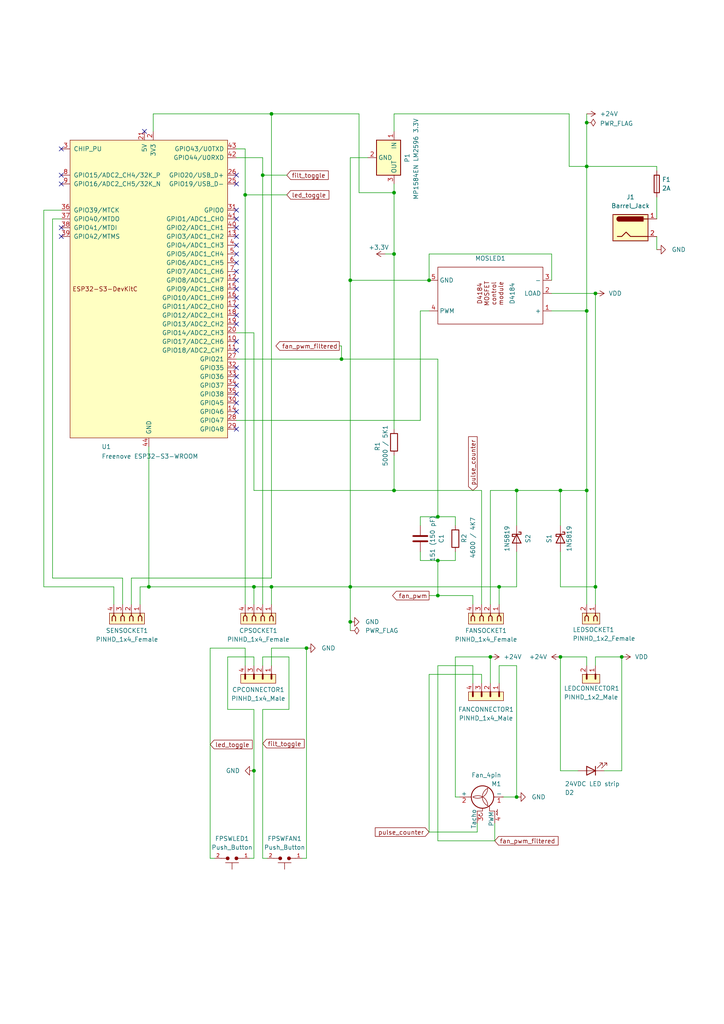
<source format=kicad_sch>
(kicad_sch (version 20230121) (generator eeschema)
  (paper "A4" portrait)
  (title_block (title "Smart Prusa MK4 enclosure circuit board") (comment 1 "https://rudd-o.com/smk4e") (comment 2 "License: https://creativecommons.org/licenses/by-nc/4.0/"))
  (lib_symbols
    (symbol "Connector:Barrel_Jack" (pin_names (offset 1.016))
      (property "Reference" "J" (at 0 5.334 0))
      (property "Value" "Barrel_Jack" (at 0 -5.08 0))
      (symbol "Barrel_Jack_0_1"
        (rectangle (start -5.08 3.81) (end 5.08 -3.81) (stroke (width 0.254)) (fill (type background)))
        (arc (start -3.302 3.175) (mid -3.9343 2.54) (end -3.302 1.905) (stroke (width 0.254)))
        (arc (start -3.302 3.175) (mid -3.9343 2.54) (end -3.302 1.905) (stroke (width 0.254)) (fill (type outline)))
        (polyline (pts (xy 5.08 2.54) (xy 3.81 2.54)) (stroke (width 0.254)))
        (polyline (pts (xy -3.81 -2.54) (xy -2.54 -2.54) (xy -1.27 -1.27) (xy 0 -2.54) (xy 2.54 -2.54) (xy 5.08 -2.54)) (stroke (width 0.254)))
        (rectangle (start 3.683 3.175) (end -3.302 1.905) (stroke (width 0.254)) (fill (type outline)))
      )
      (symbol "Barrel_Jack_1_1"
        (pin passive line (at 7.62 2.54 180) (length 2.54) (name "~") (number "1"))
        (pin passive line (at 7.62 -2.54 180) (length 2.54) (name "~") (number "2"))
      )
    )
    (symbol "Converter_DCDC:OKI-78SR-3.3_1.5-W36H-C"
      (property "Reference" "U" (at -3.81 3.175 0))
      (property "Value" "OKI-78SR-3.3_1.5-W36H-C" (at 0 3.175 0))
      (symbol "OKI-78SR-3.3_1.5-W36H-C_0_1"
        (rectangle (start -5.08 1.905) (end 5.08 -5.08) (stroke (width 0.254)) (fill (type background)))
      )
      (symbol "OKI-78SR-3.3_1.5-W36H-C_1_1"
        (pin power_in line (at -7.62 0 0) (length 2.54) (name "IN") (number "1"))
        (pin power_in line (at 0 -7.62 90) (length 2.54) (name "GND") (number "2"))
        (pin power_out line (at 7.62 0 180) (length 2.54) (name "OUT") (number "3"))
      )
    )
    (symbol "Custom:D4184_MOSFET_control_module"
      (property "Reference" "MOS" (at -1.27 0 0))
      (symbol "D4184_MOSFET_control_module_0_1"
        (rectangle (start 1.27 15.24) (end 17.78 -15.24))
      )
      (symbol "D4184_MOSFET_control_module_1_1"
        (text "D4184\nMOSFET\ncontrol\nmodule" (at 8.89 0 0) (effects (font (size 1.27 1.27))))
        (pin power_in line (at 13.97 17.78 270) (length 2.54) (name "+") (number "1"))
        (pin power_out line (at 8.89 17.78 270) (length 2.54) (name "LOAD") (number "2"))
        (pin power_in line (at 5.08 17.78 270) (length 2.54) (name "-") (number "3"))
        (pin output line (at 13.97 -17.78 90) (length 2.54) (name "PWM") (number "4"))
        (pin input line (at 5.08 -17.78 90) (length 2.54) (name "GND") (number "5"))
      )
    )
    (symbol "Device:C" (pin_numbers hide) (pin_names (offset 0.254))
      (property "Reference" "C" (at 0.635 2.54 0))
      (property "Value" "C" (at 0.635 -2.54 0))
      (symbol "C_0_1"
        (polyline (pts (xy -2.032 -0.762) (xy 2.032 -0.762)) (stroke (width 0.508)))
        (polyline (pts (xy -2.032 0.762) (xy 2.032 0.762)) (stroke (width 0.508)))
      )
      (symbol "C_1_1"
        (pin passive line (at 0 3.81 270) (length 2.794) (name "~") (number "1"))
        (pin passive line (at 0 -3.81 90) (length 2.794) (name "~") (number "2"))
      )
    )
    (symbol "Device:Fuse" (pin_numbers hide) (pin_names (offset 0))
      (property "Reference" "F" (at 2.032 0 90))
      (property "Value" "Fuse" (at -1.905 0 90))
      (symbol "Fuse_0_1"
        (rectangle (start -0.762 -2.54) (end 0.762 2.54) (stroke (width 0.254)))
        (polyline (pts (xy 0 2.54) (xy 0 -2.54)))
      )
      (symbol "Fuse_1_1"
        (pin passive line (at 0 3.81 270) (length 1.27) (name "~") (number "1"))
        (pin passive line (at 0 -3.81 90) (length 1.27) (name "~") (number "2"))
      )
    )
    (symbol "Device:LED" (pin_numbers hide) (pin_names (offset 1.016) hide)
      (property "Reference" "D" (at 0 2.54 0))
      (property "Value" "LED" (at 0 -2.54 0))
      (symbol "LED_0_1"
        (polyline (pts (xy -1.27 -1.27) (xy -1.27 1.27)) (stroke (width 0.254)))
        (polyline (pts (xy -1.27 0) (xy 1.27 0)))
        (polyline (pts (xy 1.27 -1.27) (xy 1.27 1.27) (xy -1.27 0) (xy 1.27 -1.27)) (stroke (width 0.254)))
        (polyline (pts (xy -3.048 -0.762) (xy -4.572 -2.286) (xy -3.81 -2.286) (xy -4.572 -2.286) (xy -4.572 -1.524)))
        (polyline (pts (xy -1.778 -0.762) (xy -3.302 -2.286) (xy -2.54 -2.286) (xy -3.302 -2.286) (xy -3.302 -1.524)))
      )
      (symbol "LED_1_1"
        (pin passive line (at -3.81 0 0) (length 2.54) (name "K") (number "1"))
        (pin passive line (at 3.81 0 180) (length 2.54) (name "A") (number "2"))
      )
    )
    (symbol "Device:R" (pin_numbers hide) (pin_names (offset 0))
      (property "Reference" "R" (at 2.032 0 90))
      (property "Value" "R" (at 0 0 90))
      (symbol "R_0_1"
        (rectangle (start -1.016 -2.54) (end 1.016 2.54) (stroke (width 0.254)))
      )
      (symbol "R_1_1"
        (pin passive line (at 0 3.81 270) (length 1.27) (name "~") (number "1"))
        (pin passive line (at 0 -3.81 90) (length 1.27) (name "~") (number "2"))
      )
    )
    (symbol "Diode:1N5819" (pin_numbers hide) (pin_names (offset 1.016) hide)
      (property "Reference" "D" (at 0 2.54 0))
      (property "Value" "1N5819" (at 0 -2.54 0))
      (symbol "1N5819_0_1"
        (polyline (pts (xy 1.27 0) (xy -1.27 0)))
        (polyline (pts (xy 1.27 1.27) (xy 1.27 -1.27) (xy -1.27 0) (xy 1.27 1.27)) (stroke (width 0.254)))
        (polyline (pts (xy -1.905 0.635) (xy -1.905 1.27) (xy -1.27 1.27) (xy -1.27 -1.27) (xy -0.635 -1.27) (xy -0.635 -0.635)) (stroke (width 0.254)))
      )
      (symbol "1N5819_1_1"
        (pin passive line (at -3.81 0 0) (length 2.54) (name "K") (number "1"))
        (pin passive line (at 3.81 0 180) (length 2.54) (name "A") (number "2"))
      )
    )
    (symbol "Espressif:ESP32-S3-DevKitC" (pin_names (offset 1.016))
      (property "Reference" "U" (at -22.86 48.26 0))
      (property "Value" "ESP32-S3-DevKitC" (at -22.86 45.72 0))
      (symbol "ESP32-S3-DevKitC_0_0"
        (text "ESP32-S3-DevKitC" (at -12.7 0 0) (effects (font (size 1.27 1.27))))
        (pin bidirectional line (at 25.4 -35.56 180) (length 2.54) (name "GPIO46") (number "14"))
        (pin bidirectional line (at 25.4 -10.16 180) (length 2.54) (name "GPIO13/ADC2_CH2") (number "19"))
        (pin bidirectional line (at -25.4 15.24 0) (length 2.54) (name "GPIO42/MTMS") (number "39"))
        (pin bidirectional line (at 25.4 17.78 180) (length 2.54) (name "GPIO2/ADC1_CH1") (number "40"))
        (pin bidirectional line (at 25.4 20.32 180) (length 2.54) (name "GPIO1/ADC1_CH0") (number "41"))
        (pin bidirectional line (at 25.4 38.1 180) (length 2.54) (name "GPIO44/U0RXD") (number "42"))
        (pin bidirectional line (at 25.4 40.64 180) (length 2.54) (name "GPIO43/U0TXD") (number "43"))
        (pin power_in line (at 0 -45.72 90) (length 2.54) (name "GND") (number "44"))
      )
      (symbol "ESP32-S3-DevKitC_0_1"
        (rectangle (start -22.86 43.18) (end 22.86 -43.18) (fill (type background)))
        (pin power_in line (at 1.27 45.72 270) (length 2.54) (name "3V3") (number "2"))
      )
      (symbol "ESP32-S3-DevKitC_1_1"
        (pin passive line (at 1.27 45.72 270) (length 2.54) hide (name "3V3") (number "1"))
        (pin bidirectional line (at 25.4 -15.24 180) (length 2.54) (name "GPIO17/ADC2_CH6") (number "10"))
        (pin bidirectional line (at 25.4 -17.78 180) (length 2.54) (name "GPIO18/ADC2_CH7") (number "11"))
        (pin bidirectional line (at 25.4 2.54 180) (length 2.54) (name "GPIO8/ADC1_CH7") (number "12"))
        (pin bidirectional line (at 25.4 15.24 180) (length 2.54) (name "GPIO3/ADC1_CH2") (number "13"))
        (pin bidirectional line (at 25.4 0 180) (length 2.54) (name "GPIO9/ADC1_CH8") (number "15"))
        (pin bidirectional line (at 25.4 -2.54 180) (length 2.54) (name "GPIO10/ADC1_CH9") (number "16"))
        (pin bidirectional line (at 25.4 -5.08 180) (length 2.54) (name "GPIO11/ADC2_CH0") (number "17"))
        (pin bidirectional line (at 25.4 -7.62 180) (length 2.54) (name "GPIO12/ADC2_CH1") (number "18"))
        (pin bidirectional line (at 25.4 -12.7 180) (length 2.54) (name "GPIO14/ADC2_CH3") (number "20"))
        (pin power_in line (at -1.27 45.72 270) (length 2.54) (name "5V") (number "21"))
        (pin passive line (at 0 -45.72 90) (length 2.54) hide (name "GND") (number "22"))
        (pin passive line (at 0 -45.72 90) (length 2.54) hide (name "GND") (number "23"))
        (pin passive line (at 0 -45.72 90) (length 2.54) hide (name "GND") (number "24"))
        (pin bidirectional line (at 25.4 30.48 180) (length 2.54) (name "GPIO19/USB_D-") (number "25"))
        (pin bidirectional line (at 25.4 33.02 180) (length 2.54) (name "GPIO20/USB_D+") (number "26"))
        (pin bidirectional line (at 25.4 -20.32 180) (length 2.54) (name "GPIO21") (number "27"))
        (pin bidirectional line (at 25.4 -38.1 180) (length 2.54) (name "GPIO47") (number "28"))
        (pin bidirectional line (at 25.4 -40.64 180) (length 2.54) (name "GPIO48") (number "29"))
        (pin input line (at -25.4 40.64 0) (length 2.54) (name "CHIP_PU") (number "3"))
        (pin bidirectional line (at 25.4 -33.02 180) (length 2.54) (name "GPIO45") (number "30"))
        (pin bidirectional line (at 25.4 22.86 180) (length 2.54) (name "GPIO0") (number "31"))
        (pin bidirectional line (at 25.4 -22.86 180) (length 2.54) (name "GPIO35") (number "32"))
        (pin bidirectional line (at 25.4 -25.4 180) (length 2.54) (name "GPIO36") (number "33"))
        (pin bidirectional line (at 25.4 -27.94 180) (length 2.54) (name "GPIO37") (number "34"))
        (pin bidirectional line (at 25.4 -30.48 180) (length 2.54) (name "GPIO38") (number "35"))
        (pin bidirectional line (at -25.4 22.86 0) (length 2.54) (name "GPIO39/MTCK") (number "36"))
        (pin bidirectional line (at -25.4 20.32 0) (length 2.54) (name "GPIO40/MTDO") (number "37"))
        (pin bidirectional line (at -25.4 17.78 0) (length 2.54) (name "GPIO41/MTDI") (number "38"))
        (pin bidirectional line (at 25.4 12.7 180) (length 2.54) (name "GPIO4/ADC1_CH3") (number "4"))
        (pin bidirectional line (at 25.4 10.16 180) (length 2.54) (name "GPIO5/ADC1_CH4") (number "5"))
        (pin bidirectional line (at 25.4 7.62 180) (length 2.54) (name "GPIO6/ADC1_CH5") (number "6"))
        (pin bidirectional line (at 25.4 5.08 180) (length 2.54) (name "GPIO7/ADC1_CH6") (number "7"))
        (pin bidirectional line (at -25.4 33.02 0) (length 2.54) (name "GPIO15/ADC2_CH4/32K_P") (number "8"))
        (pin bidirectional line (at -25.4 30.48 0) (length 2.54) (name "GPIO16/ADC2_CH5/32K_N") (number "9"))
      )
    )
    (symbol "Motor:Fan_4pin" (pin_names (offset 0))
      (property "Reference" "M" (at 2.54 5.08 0))
      (property "Value" "Fan_4pin" (at 2.54 -2.54 0))
      (symbol "Fan_4pin_0_0"
        (arc (start -5.588 1.524) (mid -5.08 1.0182) (end -4.572 1.524))
        (arc (start -5.08 2.032) (mid -5.4392 1.8832) (end -5.588 1.524))
        (polyline (pts (xy -5.08 2.032) (xy -5.334 2.159)))
        (polyline (pts (xy -5.08 2.032) (xy -5.207 1.778)))
        (polyline (pts (xy -4.064 2.54) (xy -4.064 1.016) (xy -3.302 1.016)))
      )
      (symbol "Fan_4pin_0_1"
        (arc (start -2.54 -0.508) (mid 0.0028 0.9121) (end 0 3.81))
        (polyline (pts (xy -4.064 2.54) (xy -5.08 2.54)))
        (polyline (pts (xy 0 -5.08) (xy 0 -4.572)))
        (polyline (pts (xy 0 -2.2352) (xy 0 -2.6416)))
        (polyline (pts (xy 0 4.2672) (xy 0 4.6228)))
        (polyline (pts (xy 0 4.572) (xy 0 5.08)))
        (polyline (pts (xy -2.54 -1.016) (xy -4.064 -1.016) (xy -4.064 -2.54) (xy -5.08 -2.54)))
        (polyline (pts (xy -5.334 -3.302) (xy -5.08 -3.302) (xy -5.08 -3.048) (xy -4.826 -3.048) (xy -4.826 -3.302) (xy -4.318 -3.302) (xy -4.318 -3.048) (xy -4.064 -3.048) (xy -4.064 -3.302) (xy -3.556 -3.302)))
        (circle (center 0 1.016) (radius 3.2512) (stroke (width 0.254)))
        (arc (start 0 3.81) (mid 0.053 0.921) (end 2.54 -0.508))
        (arc (start 2.54 -0.508) (mid 0 1.0618) (end -2.54 -0.508))
      )
      (symbol "Fan_4pin_1_1"
        (pin passive line (at 0 -5.08 90) (length 2.54) (name "-") (number "1"))
        (pin passive line (at 0 7.62 270) (length 2.54) (name "+") (number "2"))
        (pin passive line (at -7.62 2.54 0) (length 2.54) (name "Tacho") (number "3"))
        (pin input line (at -7.62 -2.54 0) (length 2.54) (name "PWM") (number "4"))
      )
    )
    (symbol "PCM_SL_Devices:Push_Button"
      (property "Reference" "SW" (at 0 6.35 0))
      (property "Value" "Push_Button" (at 0 4.445 0))
      (symbol "Push_Button_0_1"
        (circle (center -1.27 0) (radius 0.4579) (fill (type outline)))
        (polyline (pts (xy -3.175 0) (xy -1.778 0)))
        (polyline (pts (xy -1.905 1.27) (xy 1.905 1.27)))
        (polyline (pts (xy 0 1.27) (xy 0 3.175)))
        (polyline (pts (xy 1.778 0) (xy 3.175 0)))
        (circle (center 1.27 0) (radius 0.4579) (fill (type outline)))
      )
      (symbol "Push_Button_1_1"
        (pin passive line (at -5.08 0 0) (length 2) (name "") (number "1"))
        (pin passive line (at 5.08 0 180) (length 2) (name "") (number "2"))
      )
    )
    (symbol "PCM_SL_Pin_Headers:PINHD_1x2_Female"
      (property "Reference" "J" (at 0 7.62 0))
      (property "Value" "PINHD_1x2_Female" (at 0 5.08 0))
      (symbol "PINHD_1x2_Female_0_1"
        (rectangle (start -1.27 2.54) (end 1.905 -2.54) (fill (type background)))
        (arc (start -0.508 -1.27) (mid -0.3592 -1.6292) (end 0 -1.778) (stroke (width 0.25)))
        (arc (start -0.508 1.27) (mid -0.3592 0.9108) (end 0 0.762) (stroke (width 0.25)))
        (arc (start 0 -0.762) (mid -0.3592 -0.9108) (end -0.508 -1.27) (stroke (width 0.25)))
        (polyline (pts (xy -1.27 -1.27) (xy -0.508 -1.27)) (stroke (width 0.25)))
        (polyline (pts (xy -1.27 1.27) (xy -0.508 1.27)) (stroke (width 0.25)))
        (polyline (pts (xy 0 -1.778) (xy 1.016 -1.778)) (stroke (width 0.25)))
        (polyline (pts (xy 0 -0.762) (xy 1.016 -0.762)) (stroke (width 0.25)))
        (polyline (pts (xy 0 0.762) (xy 1.016 0.762)) (stroke (width 0.25)))
        (polyline (pts (xy 0 1.778) (xy 1.016 1.778)) (stroke (width 0.25)))
        (arc (start 0 1.778) (mid -0.3592 1.6292) (end -0.508 1.27) (stroke (width 0.25)))
      )
      (symbol "PINHD_1x2_Female_1_1"
        (pin passive line (at -3.81 1.27 0) (length 2.54) (name "") (number "1"))
        (pin passive line (at -3.81 -1.27 0) (length 2.54) (name "") (number "2"))
      )
    )
    (symbol "PCM_SL_Pin_Headers:PINHD_1x2_Male"
      (property "Reference" "J" (at 0 6.35 0))
      (property "Value" "PINHD_1x2_Male" (at 0 3.81 0))
      (symbol "PINHD_1x2_Male_0_1"
        (rectangle (start -1.27 2.54) (end 1.27 -2.54) (fill (type background)))
        (polyline (pts (xy -1.27 -1.27) (xy 0 -1.27)) (stroke (width 0.3)))
        (polyline (pts (xy -1.27 -1.27) (xy 0 -1.27)) (stroke (width 0.5)))
        (polyline (pts (xy -1.27 1.27) (xy 0 1.27)) (stroke (width 0.3)))
        (polyline (pts (xy -1.27 1.27) (xy 0 1.27)) (stroke (width 0.5)))
      )
      (symbol "PINHD_1x2_Male_1_1"
        (pin passive line (at -3.81 1.27 0) (length 2.54) (name "") (number "1"))
        (pin passive line (at -3.81 -1.27 0) (length 2.54) (name "") (number "2"))
      )
    )
    (symbol "PCM_SL_Pin_Headers:PINHD_1x4_Female"
      (property "Reference" "J" (at 0 10.16 0))
      (property "Value" "PINHD_1x4_Female" (at 0 7.62 0))
      (symbol "PINHD_1x4_Female_0_1"
        (rectangle (start -1.27 5.08) (end 1.905 -5.08) (fill (type background)))
        (arc (start -0.508 -3.81) (mid -0.3592 -4.1692) (end 0 -4.318) (stroke (width 0.25)))
        (arc (start -0.508 -1.27) (mid -0.3592 -1.6292) (end 0 -1.778) (stroke (width 0.25)))
        (arc (start -0.508 1.27) (mid -0.3592 0.9108) (end 0 0.762) (stroke (width 0.25)))
        (arc (start -0.508 3.81) (mid -0.3592 3.4508) (end 0 3.302) (stroke (width 0.25)))
        (arc (start 0 -3.302) (mid -0.3592 -3.4508) (end -0.508 -3.81) (stroke (width 0.25)))
        (arc (start 0 -0.762) (mid -0.3592 -0.9108) (end -0.508 -1.27) (stroke (width 0.25)))
        (polyline (pts (xy -1.27 -3.81) (xy -0.508 -3.81)) (stroke (width 0.25)))
        (polyline (pts (xy -1.27 -1.27) (xy -0.508 -1.27)) (stroke (width 0.25)))
        (polyline (pts (xy -1.27 1.27) (xy -0.508 1.27)) (stroke (width 0.25)))
        (polyline (pts (xy -1.27 3.81) (xy -0.508 3.81)) (stroke (width 0.25)))
        (polyline (pts (xy 0 -4.318) (xy 1.016 -4.318)) (stroke (width 0.25)))
        (polyline (pts (xy 0 -3.302) (xy 1.016 -3.302)) (stroke (width 0.25)))
        (polyline (pts (xy 0 -1.778) (xy 1.016 -1.778)) (stroke (width 0.25)))
        (polyline (pts (xy 0 -0.762) (xy 1.016 -0.762)) (stroke (width 0.25)))
        (polyline (pts (xy 0 0.762) (xy 1.016 0.762)) (stroke (width 0.25)))
        (polyline (pts (xy 0 1.778) (xy 1.016 1.778)) (stroke (width 0.25)))
        (polyline (pts (xy 0 3.302) (xy 1.016 3.302)) (stroke (width 0.25)))
        (polyline (pts (xy 0 4.318) (xy 1.016 4.318)) (stroke (width 0.25)))
        (arc (start 0 1.778) (mid -0.3592 1.6292) (end -0.508 1.27) (stroke (width 0.25)))
        (arc (start 0 4.318) (mid -0.3592 4.1692) (end -0.508 3.81) (stroke (width 0.25)))
      )
      (symbol "PINHD_1x4_Female_1_1"
        (pin passive line (at -3.81 3.81 0) (length 2.54) (name "") (number "1"))
        (pin passive line (at -3.81 1.27 0) (length 2.54) (name "") (number "2"))
        (pin passive line (at -3.81 -1.27 0) (length 2.54) (name "") (number "3"))
        (pin passive line (at -3.81 -3.81 0) (length 2.54) (name "") (number "4"))
      )
    )
    (symbol "PCM_SL_Pin_Headers:PINHD_1x4_Male"
      (property "Reference" "J" (at 0 8.89 0))
      (property "Value" "PINHD_1x4_Male" (at 0 6.35 0))
      (symbol "PINHD_1x4_Male_0_1"
        (rectangle (start -1.27 5.08) (end 1.27 -5.08) (fill (type background)))
        (polyline (pts (xy -1.27 -3.81) (xy 0 -3.81)) (stroke (width 0.3)))
        (polyline (pts (xy -1.27 -3.81) (xy 0 -3.81)) (stroke (width 0.5)))
        (polyline (pts (xy -1.27 -1.27) (xy 0 -1.27)) (stroke (width 0.3)))
        (polyline (pts (xy -1.27 -1.27) (xy 0 -1.27)) (stroke (width 0.5)))
        (polyline (pts (xy -1.27 1.27) (xy 0 1.27)) (stroke (width 0.3)))
        (polyline (pts (xy -1.27 1.27) (xy 0 1.27)) (stroke (width 0.5)))
        (polyline (pts (xy -1.27 3.81) (xy 0 3.81)) (stroke (width 0.3)))
        (polyline (pts (xy -1.27 3.81) (xy 0 3.81)) (stroke (width 0.5)))
      )
      (symbol "PINHD_1x4_Male_1_1"
        (pin passive line (at -3.81 3.81 0) (length 2.54) (name "") (number "1"))
        (pin passive line (at -3.81 1.27 0) (length 2.54) (name "") (number "2"))
        (pin passive line (at -3.81 -1.27 0) (length 2.54) (name "") (number "3"))
        (pin passive line (at -3.81 -3.81 0) (length 2.54) (name "") (number "4"))
      )
    )
    (symbol "power:+24V" (power) (pin_names (offset 0))
      (property "Value" "+24V" (at 0 3.556 0))
      (symbol "+24V_0_1"
        (polyline (pts (xy -0.762 1.27) (xy 0 2.54)))
        (polyline (pts (xy 0 0) (xy 0 2.54)))
        (polyline (pts (xy 0 2.54) (xy 0.762 1.27)))
      )
      (symbol "+24V_1_1"
        (pin power_in line (at 0 0 90) (length 0) hide (name "+24V") (number "1"))
      )
    )
    (symbol "power:+3.3V" (power) (pin_names (offset 0))
      (property "Value" "+3.3V" (at 0 3.556 0))
      (symbol "+3.3V_0_1"
        (polyline (pts (xy -0.762 1.27) (xy 0 2.54)))
        (polyline (pts (xy 0 0) (xy 0 2.54)))
        (polyline (pts (xy 0 2.54) (xy 0.762 1.27)))
      )
      (symbol "+3.3V_1_1"
        (pin power_in line (at 0 0 90) (length 0) hide (name "+3.3V") (number "1"))
      )
    )
    (symbol "power:GND" (power) (pin_names (offset 0))
      (property "Value" "GND" (at 0 -3.81 0))
      (symbol "GND_0_1"
        (polyline (pts (xy 0 0) (xy 0 -1.27) (xy 1.27 -1.27) (xy 0 -2.54) (xy -1.27 -1.27) (xy 0 -1.27)))
      )
      (symbol "GND_1_1"
        (pin power_in line (at 0 0 270) (length 0) hide (name "GND") (number "1"))
      )
    )
    (symbol "power:PWR_FLAG" (power) (pin_numbers hide) (pin_names (offset 0) hide)
      (property "Value" "PWR_FLAG" (at 0 3.81 0))
      (symbol "PWR_FLAG_0_0"
        (pin power_out line (at 0 0 90) (length 0) (name "pwr") (number "1"))
      )
      (symbol "PWR_FLAG_0_1"
        (polyline (pts (xy 0 0) (xy 0 1.27) (xy -1.016 1.905) (xy 0 2.54) (xy 1.016 1.905) (xy 0 1.27)))
      )
    )
    (symbol "power:VDD" (power) (pin_names (offset 0))
      (property "Value" "VDD" (at 0 3.81 0))
      (symbol "VDD_0_1"
        (polyline (pts (xy -0.762 1.27) (xy 0 2.54)))
        (polyline (pts (xy 0 0) (xy 0 2.54)))
        (polyline (pts (xy 0 2.54) (xy 0.762 1.27)))
      )
      (symbol "VDD_1_1"
        (pin power_in line (at 0 0 90) (length 0) hide (name "VDD") (number "1"))
      )
    )
  )
  (junction (at 101.6 180.34))
  (junction (at 114.3 55.88))
  (junction (at 99.06 104.14))
  (junction (at 101.6 170.18))
  (junction (at 78.74 33.02))
  (junction (at 78.74 170.18))
  (junction (at 170.18 90.17))
  (junction (at 114.3 73.66))
  (junction (at 43.18 170.18))
  (junction (at 76.2 50.8))
  (junction (at 172.72 170.18))
  (junction (at 88.9 187.96))
  (junction (at 162.56 142.24))
  (junction (at 114.3 142.24))
  (junction (at 170.18 48.26))
  (junction (at 149.86 231.14))
  (junction (at 127 172.72))
  (junction (at 127 149.86))
  (junction (at 71.12 56.515))
  (junction (at 124.46 81.28))
  (junction (at 170.18 142.24))
  (junction (at 170.18 35.56))
  (junction (at 142.24 190.5))
  (junction (at 101.6 81.28))
  (junction (at 144.78 170.18))
  (junction (at 162.56 190.5))
  (junction (at 149.86 142.24))
  (junction (at 172.72 85.09))
  (junction (at 127 162.56))
  (junction (at 73.66 170.18))
  (junction (at 73.66 223.52))
  (junction (at 180.34 190.5))
  (no_connect (at 68.58 119.38))
  (no_connect (at 68.58 63.5))
  (no_connect (at 68.58 78.74))
  (no_connect (at 68.58 116.84))
  (no_connect (at 17.78 66.04))
  (no_connect (at 68.58 111.76))
  (no_connect (at 68.58 91.44))
  (no_connect (at 68.58 114.3))
  (no_connect (at 68.58 73.66))
  (no_connect (at 68.58 101.6))
  (no_connect (at 68.58 86.36))
  (no_connect (at 68.58 68.58))
  (no_connect (at 68.58 66.04))
  (no_connect (at 68.58 124.46))
  (no_connect (at 68.58 99.06))
  (no_connect (at 68.58 81.28))
  (no_connect (at 68.58 53.34))
  (no_connect (at 68.58 60.96))
  (no_connect (at 17.78 68.58))
  (no_connect (at 68.58 71.12))
  (no_connect (at 17.78 53.34))
  (no_connect (at 17.78 43.18))
  (no_connect (at 41.91 38.1))
  (no_connect (at 17.78 50.8))
  (no_connect (at 68.58 50.8))
  (no_connect (at 68.58 93.98))
  (no_connect (at 68.58 76.2))
  (no_connect (at 68.58 88.9))
  (no_connect (at 68.58 83.82))
  (no_connect (at 68.58 106.68))
  (no_connect (at 68.58 109.22))
  (wire (pts (xy 73.66 190.5) (xy 73.66 193.04)))
  (wire (pts (xy 162.56 142.24) (xy 170.18 142.24)))
  (wire (pts (xy 124.46 172.72) (xy 127 172.72)))
  (wire (pts (xy 73.66 248.92) (xy 73.66 223.52)))
  (wire (pts (xy 60.96 187.96) (xy 71.12 187.96)))
  (wire (pts (xy 142.24 190.5) (xy 142.24 198.12)))
  (wire (pts (xy 133.35 231.14) (xy 132.08 231.14)))
  (wire (pts (xy 44.45 33.02) (xy 78.74 33.02)))
  (wire (pts (xy 132.08 149.86) (xy 132.08 152.4)))
  (wire (pts (xy 127 172.72) (xy 137.16 172.72)))
  (wire (pts (xy 104.14 33.02) (xy 104.14 55.88)))
  (wire (pts (xy 78.74 170.18) (xy 78.74 175.26)))
  (wire (pts (xy 170.18 48.26) (xy 165.1 48.26)))
  (wire (pts (xy 124.46 241.3) (xy 124.46 195.58)))
  (wire (pts (xy 132.08 231.14) (xy 132.08 190.5)))
  (wire (pts (xy 121.92 162.56) (xy 121.92 160.02)))
  (wire (pts (xy 101.6 170.18) (xy 144.78 170.18)))
  (wire (pts (xy 76.2 248.92) (xy 76.2 205.74)))
  (wire (pts (xy 144.78 170.18) (xy 149.86 170.18)))
  (wire (pts (xy 138.43 238.76) (xy 138.43 241.3)))
  (wire (pts (xy 76.2 50.8) (xy 76.2 175.26)))
  (wire (pts (xy 76.2 190.5) (xy 76.2 193.04)))
  (wire (pts (xy 68.58 104.14) (xy 99.06 104.14)))
  (wire (pts (xy 76.2 205.74) (xy 83.82 205.74)))
  (wire (pts (xy 146.05 231.14) (xy 149.86 231.14)))
  (wire (pts (xy 170.18 35.56) (xy 170.18 48.26)))
  (wire (pts (xy 121.92 162.56) (xy 127 162.56)))
  (wire (pts (xy 149.86 193.04) (xy 144.78 193.04)))
  (wire (pts (xy 114.3 38.1) (xy 114.3 33.02)))
  (wire (pts (xy 44.45 33.02) (xy 44.45 38.1)))
  (wire (pts (xy 162.56 160.02) (xy 162.56 170.18)))
  (wire (pts (xy 43.18 170.18) (xy 73.66 170.18)))
  (wire (pts (xy 78.74 187.96) (xy 78.74 193.04)))
  (wire (pts (xy 162.56 170.18) (xy 172.72 170.18)))
  (wire (pts (xy 15.24 63.5) (xy 17.78 63.5)))
  (wire (pts (xy 12.7 170.18) (xy 12.7 60.96)))
  (wire (pts (xy 142.24 142.24) (xy 149.86 142.24)))
  (wire (pts (xy 190.5 68.58) (xy 190.5 72.39)))
  (wire (pts (xy 142.24 142.24) (xy 142.24 175.26)))
  (wire (pts (xy 149.86 142.24) (xy 149.86 152.4)))
  (wire (pts (xy 121.92 90.17) (xy 124.46 90.17)))
  (wire (pts (xy 60.96 248.92) (xy 60.96 187.96)))
  (wire (pts (xy 162.56 190.5) (xy 170.18 190.5)))
  (wire (pts (xy 73.66 170.18) (xy 73.66 175.26)))
  (wire (pts (xy 35.56 167.64) (xy 35.56 175.26)))
  (wire (pts (xy 73.66 96.52) (xy 73.66 142.24)))
  (wire (pts (xy 167.64 223.52) (xy 162.56 223.52)))
  (wire (pts (xy 124.46 73.66) (xy 160.02 73.66)))
  (wire (pts (xy 83.82 190.5) (xy 76.2 190.5)))
  (wire (pts (xy 180.34 190.5) (xy 180.34 223.52)))
  (wire (pts (xy 68.58 43.18) (xy 71.12 43.18)))
  (wire (pts (xy 68.58 96.52) (xy 73.66 96.52)))
  (wire (pts (xy 139.7 195.58) (xy 139.7 198.12)))
  (wire (pts (xy 71.12 56.515) (xy 83.185 56.515)))
  (wire (pts (xy 127 162.56) (xy 132.08 162.56)))
  (wire (pts (xy 143.51 243.84) (xy 127 243.84)))
  (wire (pts (xy 43.18 129.54) (xy 43.18 170.18)))
  (wire (pts (xy 180.34 190.5) (xy 172.72 190.5)))
  (wire (pts (xy 73.66 205.74) (xy 66.04 205.74)))
  (wire (pts (xy 132.08 190.5) (xy 142.24 190.5)))
  (wire (pts (xy 73.66 142.24) (xy 114.3 142.24)))
  (wire (pts (xy 88.9 187.96) (xy 88.9 248.92)))
  (wire (pts (xy 127 243.84) (xy 127 193.04)))
  (wire (pts (xy 127 104.14) (xy 127 149.86)))
  (wire (pts (xy 149.86 142.24) (xy 162.56 142.24)))
  (wire (pts (xy 190.5 49.53) (xy 190.5 48.26)))
  (wire (pts (xy 76.2 45.72) (xy 76.2 50.8)))
  (wire (pts (xy 78.74 187.96) (xy 88.9 187.96)))
  (wire (pts (xy 149.86 231.14) (xy 149.86 193.04)))
  (wire (pts (xy 172.72 85.09) (xy 172.72 170.18)))
  (wire (pts (xy 170.18 48.26) (xy 170.18 90.17)))
  (wire (pts (xy 71.12 187.96) (xy 71.12 193.04)))
  (wire (pts (xy 101.6 180.34) (xy 101.6 182.88)))
  (wire (pts (xy 104.14 55.88) (xy 114.3 55.88)))
  (wire (pts (xy 68.58 45.72) (xy 76.2 45.72)))
  (wire (pts (xy 165.1 33.02) (xy 165.1 48.26)))
  (wire (pts (xy 99.06 100.33) (xy 99.06 104.14)))
  (wire (pts (xy 99.06 100.33) (xy 98.425 100.33)))
  (wire (pts (xy 66.04 190.5) (xy 73.66 190.5)))
  (wire (pts (xy 162.56 223.52) (xy 162.56 190.5)))
  (wire (pts (xy 38.1 167.64) (xy 38.1 175.26)))
  (wire (pts (xy 124.46 73.66) (xy 124.46 81.28)))
  (wire (pts (xy 114.3 132.08) (xy 114.3 142.24)))
  (wire (pts (xy 143.51 238.76) (xy 143.51 243.84)))
  (wire (pts (xy 114.3 55.88) (xy 114.3 73.66)))
  (wire (pts (xy 72.39 248.92) (xy 73.66 248.92)))
  (wire (pts (xy 76.2 50.8) (xy 83.185 50.8)))
  (wire (pts (xy 15.24 167.64) (xy 35.56 167.64)))
  (wire (pts (xy 160.02 85.09) (xy 172.72 85.09)))
  (wire (pts (xy 78.74 33.02) (xy 104.14 33.02)))
  (wire (pts (xy 78.74 33.02) (xy 78.74 167.64)))
  (wire (pts (xy 138.43 241.3) (xy 124.46 241.3)))
  (wire (pts (xy 132.08 162.56) (xy 132.08 160.02)))
  (wire (pts (xy 66.04 205.74) (xy 66.04 190.5)))
  (wire (pts (xy 144.78 193.04) (xy 144.78 198.12)))
  (wire (pts (xy 114.3 142.24) (xy 139.7 142.24)))
  (wire (pts (xy 101.6 81.28) (xy 124.46 81.28)))
  (wire (pts (xy 172.72 190.5) (xy 172.72 193.04)))
  (wire (pts (xy 12.7 60.96) (xy 17.78 60.96)))
  (wire (pts (xy 170.18 90.17) (xy 170.18 142.24)))
  (wire (pts (xy 101.6 81.28) (xy 101.6 170.18)))
  (wire (pts (xy 162.56 142.24) (xy 162.56 152.4)))
  (wire (pts (xy 38.1 167.64) (xy 78.74 167.64)))
  (wire (pts (xy 73.66 170.18) (xy 78.74 170.18)))
  (wire (pts (xy 114.3 53.34) (xy 114.3 55.88)))
  (wire (pts (xy 101.6 45.72) (xy 101.6 81.28)))
  (wire (pts (xy 15.24 63.5) (xy 15.24 167.64)))
  (wire (pts (xy 190.5 48.26) (xy 170.18 48.26)))
  (wire (pts (xy 12.7 170.18) (xy 33.02 170.18)))
  (wire (pts (xy 40.64 170.18) (xy 43.18 170.18)))
  (wire (pts (xy 73.66 223.52) (xy 73.66 205.74)))
  (wire (pts (xy 172.72 170.18) (xy 172.72 175.26)))
  (wire (pts (xy 121.92 149.86) (xy 121.92 152.4)))
  (wire (pts (xy 190.5 57.15) (xy 190.5 63.5)))
  (wire (pts (xy 137.16 172.72) (xy 137.16 175.26)))
  (wire (pts (xy 170.18 190.5) (xy 170.18 193.04)))
  (wire (pts (xy 76.2 248.92) (xy 77.47 248.92)))
  (wire (pts (xy 33.02 170.18) (xy 33.02 175.26)))
  (wire (pts (xy 78.74 170.18) (xy 101.6 170.18)))
  (wire (pts (xy 175.26 223.52) (xy 180.34 223.52)))
  (wire (pts (xy 170.18 142.24) (xy 170.18 175.26)))
  (wire (pts (xy 121.92 149.86) (xy 127 149.86)))
  (wire (pts (xy 101.6 170.18) (xy 101.6 180.34)))
  (wire (pts (xy 111.76 73.66) (xy 114.3 73.66)))
  (wire (pts (xy 127 162.56) (xy 127 172.72)))
  (wire (pts (xy 71.12 56.515) (xy 71.12 175.26)))
  (wire (pts (xy 149.86 160.02) (xy 149.86 170.18)))
  (wire (pts (xy 127 149.86) (xy 132.08 149.86)))
  (wire (pts (xy 114.3 73.66) (xy 114.3 124.46)))
  (wire (pts (xy 40.64 170.18) (xy 40.64 175.26)))
  (wire (pts (xy 83.82 205.74) (xy 83.82 190.5)))
  (wire (pts (xy 121.92 121.92) (xy 121.92 90.17)))
  (wire (pts (xy 170.18 33.02) (xy 170.18 35.56)))
  (wire (pts (xy 101.6 45.72) (xy 106.68 45.72)))
  (wire (pts (xy 139.7 142.24) (xy 139.7 175.26)))
  (wire (pts (xy 160.02 81.28) (xy 160.02 73.66)))
  (wire (pts (xy 88.9 248.92) (xy 87.63 248.92)))
  (wire (pts (xy 68.58 121.92) (xy 121.92 121.92)))
  (wire (pts (xy 60.96 248.92) (xy 62.23 248.92)))
  (wire (pts (xy 144.78 170.18) (xy 144.78 175.26)))
  (wire (pts (xy 137.16 193.04) (xy 137.16 198.12)))
  (wire (pts (xy 71.12 43.18) (xy 71.12 56.515)))
  (wire (pts (xy 99.06 104.14) (xy 127 104.14)))
  (wire (pts (xy 127 193.04) (xy 137.16 193.04)))
  (wire (pts (xy 124.46 195.58) (xy 139.7 195.58)))
  (wire (pts (xy 114.3 33.02) (xy 165.1 33.02)))
  (wire (pts (xy 160.02 90.17) (xy 170.18 90.17)))
  (global_label "filt_toggle" (shape input) (at 76.2 215.646 0) (property "Intersheetrefs" "${INTERSHEET_REFS}" (effects hide)))
  (global_label "pulse_counter" (shape input) (at 124.46 241.3 180) (property "Intersheetrefs" "${INTERSHEET_REFS}" (effects hide)))
  (global_label "fan_pwm" (shape output) (at 124.46 172.72 180) (property "Intersheetrefs" "${INTERSHEET_REFS}" (effects hide)))
  (global_label "led_toggle" (shape input) (at 60.96 215.9 0) (property "Intersheetrefs" "${INTERSHEET_REFS}" (effects hide)))
  (global_label "led_toggle" (shape input) (at 83.185 56.515 0) (property "Intersheetrefs" "${INTERSHEET_REFS}" (effects hide)))
  (global_label "fan_pwm_filtered" (shape input) (at 143.51 243.84 0) (property "Intersheetrefs" "${INTERSHEET_REFS}" (effects hide)))
  (global_label "fan_pwm_filtered" (shape output) (at 98.425 100.33 180) (property "Intersheetrefs" "${INTERSHEET_REFS}" (effects hide)))
  (global_label "pulse_counter" (shape input) (at 137.16 142.24 90) (property "Intersheetrefs" "${INTERSHEET_REFS}" (effects hide)))
  (global_label "filt_toggle" (shape input) (at 83.185 50.8 0) (property "Intersheetrefs" "${INTERSHEET_REFS}" (effects hide)))
  (symbol (lib_id "Diode:1N5819") (at 162.56 156.21 270) (unit 1)
    (property "Reference" "S1" (at 159.258 156.21 0))
    (property "Value" "1N5819" (at 165.1 156.21 0))
    (property "Footprint" "Diode_THT:D_T-1_P5.08mm_Horizontal" (effects hide))
    (property "Datasheet" "http://www.vishay.com/docs/88525/1n5817.pdf" (effects hide))
  )
  (symbol (lib_id "power:+24V") (at 162.56 190.5 90) (unit 1)
    (property "Reference" "#PWR07" (effects hide))
    (property "Value" "+24V" (at 158.75 190.5 90) (effects (justify left)))
  )
  (symbol (lib_id "PCM_SL_Pin_Headers:PINHD_1x4_Male") (at 140.97 201.93 270) (unit 1)
    (property "Reference" "FANCONNECTOR1" (at 140.97 205.74 90))
    (property "Value" "PINHD_1x4_Male" (at 140.97 208.28 90))
  )
  (symbol (lib_id "Custom:D4184_MOSFET_control_module") (at 142.24 76.2 270) (unit 1)
    (property "Reference" "MOSLED1" (at 142.24 74.93 90))
    (property "Value" "D4184" (at 148.59 85.09 0))
    (property "Footprint" "Custom:D4184 MOSFET control module" (effects hide))
  )
  (symbol (lib_id "Connector:Barrel_Jack") (at 182.88 66.04 0) (unit 1)
    (property "Reference" "J1" (at 182.88 57.15 0))
    (property "Value" "Barrel_Jack" (at 182.88 59.69 0))
    (property "Footprint" "Connector_BarrelJack:BarrelJack_Horizontal" (effects hide))
  )
  (symbol (lib_id "Device:Fuse") (at 190.5 53.34 0) (unit 1)
    (property "Reference" "F1" (at 192.024 52.07 0) (effects (justify left)))
    (property "Value" "2A" (at 192.024 54.61 0) (effects (justify left)))
    (property "Footprint" "Fuse:Fuseholder_Clip-5x20mm_Keystone_3517_Inline_P23.11x6.76mm_D1.70mm_Horizontal" (effects hide))
  )
  (symbol (lib_id "PCM_SL_Devices:Push_Button") (at 82.55 248.92 180) (unit 1)
    (property "Reference" "FPSWFAN1" (at 82.55 243.205 0))
    (property "Value" "Push_Button" (at 82.55 245.745 0))
  )
  (symbol (lib_id "PCM_SL_Pin_Headers:PINHD_1x4_Male") (at 74.93 196.85 270) (unit 1)
    (property "Reference" "CPCONNECTOR1" (at 74.93 200.025 90))
    (property "Value" "PINHD_1x4_Male" (at 74.93 202.565 90))
  )
  (symbol (lib_id "PCM_SL_Pin_Headers:PINHD_1x4_Female") (at 140.97 179.07 270) (unit 1)
    (property "Reference" "FANSOCKET1" (at 140.97 182.88 90))
    (property "Value" "PINHD_1x4_Female" (at 140.97 185.42 90))
    (property "Footprint" "Connector_JST:JST_XH_B4B-XH-A_1x04_P2.50mm_Vertical" (effects hide))
  )
  (symbol (lib_id "PCM_SL_Pin_Headers:PINHD_1x2_Male") (at 171.45 196.85 270) (unit 1)
    (property "Reference" "LEDCONNECTOR1" (at 163.576 199.644 90) (effects (justify left)))
    (property "Value" "PINHD_1x2_Male" (at 163.576 202.184 90) (effects (justify left)))
  )
  (symbol (lib_id "Device:LED") (at 171.45 223.52 180) (unit 1)
    (property "Reference" "D2" (at 163.83 229.87 0) (effects (justify right)))
    (property "Value" "24VDC LED strip" (at 163.83 227.33 0) (effects (justify right)))
  )
  (symbol (lib_id "PCM_SL_Pin_Headers:PINHD_1x4_Female") (at 74.93 179.07 270) (unit 1)
    (property "Reference" "CPSOCKET1" (at 74.93 182.88 90))
    (property "Value" "PINHD_1x4_Female" (at 74.93 185.42 90))
    (property "Footprint" "Connector_JST:JST_XH_B4B-XH-A_1x04_P2.50mm_Vertical" (effects hide))
  )
  (symbol (lib_id "Device:C") (at 121.92 156.21 0) (unit 1)
    (property "Reference" "C1" (at 128.016 156.21 90))
    (property "Value" "151 (150 pF)" (at 125.476 156.21 90))
    (property "Footprint" "Capacitor_THT:C_Disc_D3.4mm_W2.1mm_P2.50mm" (effects hide))
  )
  (symbol (lib_id "Motor:Fan_4pin") (at 140.97 231.14 90) (unit 1)
    (property "Reference" "M1" (at 145.415 227.33 90) (effects (justify left)))
    (property "Value" "Fan_4pin" (at 145.415 224.79 90) (effects (justify left)))
    (property "Datasheet" "http://www.formfactors.org/developer%5Cspecs%5Crev1_2_public.pdf" (effects hide))
  )
  (symbol (lib_id "Device:R") (at 132.08 156.21 0) (unit 1)
    (property "Reference" "R2" (at 134.62 157.48 90) (effects (justify left)))
    (property "Value" "4600 / 4K7" (at 137.16 161.925 90) (effects (justify left)))
    (property "Footprint" "Resistor_THT:R_Axial_DIN0614_L14.3mm_D5.7mm_P15.24mm_Horizontal" (effects hide))
  )
  (symbol (lib_id "Espressif:ESP32-S3-DevKitC") (at 43.18 83.82 0) (unit 1)
    (property "Reference" "U1" (at 29.464 129.54 0) (effects (justify left)))
    (property "Value" "Freenove ESP32-S3-WROOM" (at 29.464 132.334 0) (effects (justify left)))
    (property "Footprint" "Custom:Freenove ESP32-S3-WROOM" (effects hide))
  )
  (symbol (lib_id "power:VDD") (at 172.72 85.09 270) (unit 1)
    (property "Reference" "#PWR09" (effects hide))
    (property "Value" "VDD" (at 176.53 85.09 90) (effects (justify left)))
  )
  (symbol (lib_id "power:GND") (at 190.5 72.39 90) (unit 1)
    (property "Reference" "#PWR01" (effects hide))
    (property "Value" "GND" (at 194.818 72.39 90) (effects (justify right)))
  )
  (symbol (lib_id "power:GND") (at 149.86 231.14 90) (unit 1)
    (property "Reference" "#PWR010" (effects hide))
    (property "Value" "GND" (at 154.178 231.14 90) (effects (justify right)))
  )
  (symbol (lib_id "PCM_SL_Pin_Headers:PINHD_1x2_Female") (at 171.45 179.07 270) (unit 1)
    (property "Reference" "LEDSOCKET1" (at 166.116 182.626 90) (effects (justify left)))
    (property "Value" "PINHD_1x2_Female" (at 166.116 185.166 90) (effects (justify left)))
    (property "Footprint" "Connector_JST:JST_XH_B2B-XH-A_1x02_P2.50mm_Vertical" (effects hide))
  )
  (symbol (lib_id "Converter_DCDC:OKI-78SR-3.3_1.5-W36H-C") (at 114.3 45.72 270) (unit 1)
    (property "Reference" "P1" (at 118.11 44.45 0) (effects (justify left)))
    (property "Value" "MP1584EN LM2596 3.3V" (at 120.65 34.29 0) (effects (justify left)))
    (property "Footprint" "Custom:MP1584EN LM2596" (effects hide))
    (property "Datasheet" "https://power.murata.com/data/power/oki-78sr.pdf" (effects hide))
  )
  (symbol (lib_id "power:PWR_FLAG") (at 101.6 182.88 270) (unit 1)
    (property "Reference" "#FLG02" (effects hide))
    (property "Value" "PWR_FLAG" (at 110.744 182.88 90))
  )
  (symbol (lib_id "power:PWR_FLAG") (at 170.18 35.56 270) (unit 1)
    (property "Reference" "#FLG01" (effects hide))
    (property "Value" "PWR_FLAG" (at 178.816 35.814 90))
  )
  (symbol (lib_id "power:GND") (at 73.66 223.52 270) (unit 1)
    (property "Reference" "#PWR012" (effects hide))
    (property "Value" "GND" (at 69.596 223.52 90) (effects (justify right)))
  )
  (symbol (lib_id "PCM_SL_Pin_Headers:PINHD_1x4_Female") (at 36.83 179.07 270) (unit 1)
    (property "Reference" "SENSOCKET1" (at 36.83 182.88 90))
    (property "Value" "PINHD_1x4_Female" (at 36.83 185.42 90))
    (property "Footprint" "Connector_JST:JST_XH_B4B-XH-A_1x04_P2.50mm_Vertical" (effects hide))
  )
  (symbol (lib_id "power:VDD") (at 180.34 190.5 270) (unit 1)
    (property "Reference" "#PWR08" (effects hide))
    (property "Value" "VDD" (at 184.15 190.5 90) (effects (justify left)))
  )
  (symbol (lib_id "power:GND") (at 88.9 187.96 90) (unit 1)
    (property "Reference" "#PWR011" (effects hide))
    (property "Value" "GND" (at 93.218 187.96 90) (effects (justify right)))
  )
  (symbol (lib_id "power:GND") (at 101.6 180.34 90) (unit 1)
    (property "Reference" "#PWR02" (effects hide))
    (property "Value" "GND" (at 105.918 180.34 90) (effects (justify right)))
  )
  (symbol (lib_id "power:+3.3V") (at 111.76 73.66 90) (unit 1)
    (property "Reference" "#PWR03" (effects hide))
    (property "Value" "+3.3V" (at 109.855 71.755 90))
  )
  (symbol (lib_id "PCM_SL_Devices:Push_Button") (at 67.31 248.92 180) (unit 1)
    (property "Reference" "FPSWLED1" (at 67.31 243.205 0))
    (property "Value" "Push_Button" (at 67.31 245.745 0))
  )
  (symbol (lib_id "power:+24V") (at 142.24 190.5 270) (unit 1)
    (property "Reference" "#PWR06" (effects hide))
    (property "Value" "+24V" (at 146.05 190.5 90) (effects (justify left)))
  )
  (symbol (lib_id "power:+24V") (at 170.18 33.02 270) (unit 1)
    (property "Reference" "#PWR04" (effects hide))
    (property "Value" "+24V" (at 173.99 33.02 90) (effects (justify left)))
  )
  (symbol (lib_id "Diode:1N5819") (at 149.86 156.21 270) (unit 1)
    (property "Reference" "S2" (at 153.162 156.21 0))
    (property "Value" "1N5819" (at 147.066 156.21 0))
    (property "Footprint" "Diode_THT:D_T-1_P5.08mm_Horizontal" (effects hide))
    (property "Datasheet" "http://www.vishay.com/docs/88525/1n5817.pdf" (effects hide))
  )
  (symbol (lib_id "Device:R") (at 114.3 128.27 180) (unit 1)
    (property "Reference" "R1" (at 109.474 130.81 90) (effects (justify right)))
    (property "Value" "5000 / 5K1" (at 111.76 135.255 90) (effects (justify right)))
    (property "Footprint" "Resistor_THT:R_Axial_DIN0614_L14.3mm_D5.7mm_P15.24mm_Horizontal" (effects hide))
  )
)
</source>
